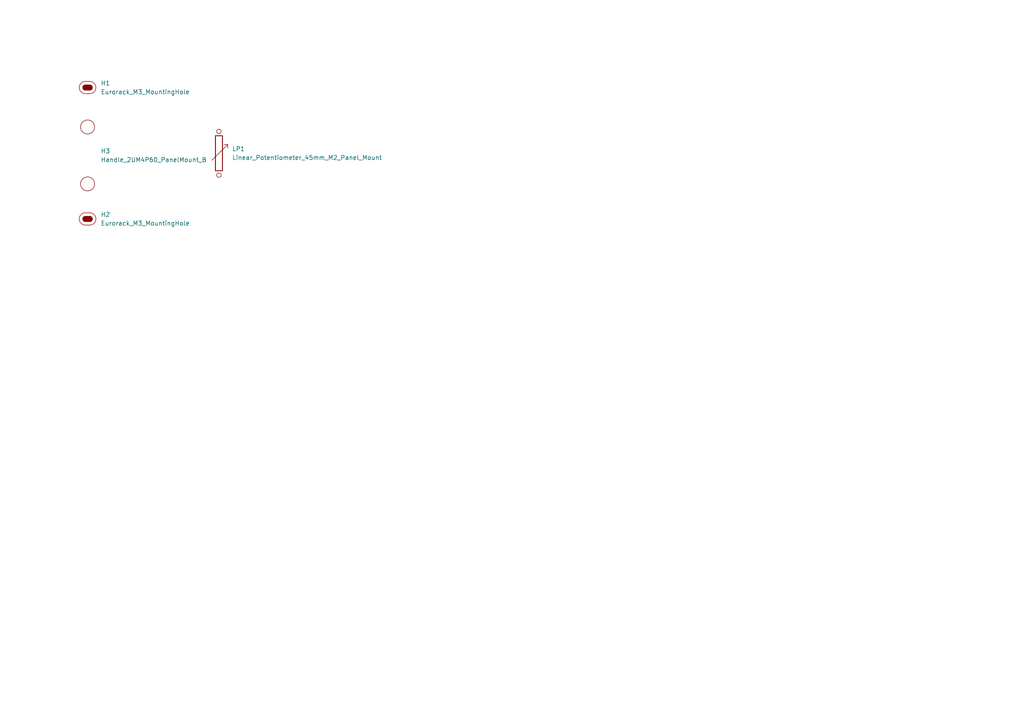
<source format=kicad_sch>
(kicad_sch (version 20250114) (generator "eeschema") (generator_version "9.0")
  (paper "A4")
  (lib_symbols
    (symbol "EXC:Eurorack_M3_MountingHole" (pin_names (offset 1.016))
      (property "Reference" "H" (at 0 5.08 0))
      (property "Value" "Eurorack_M3_MountingHole" (at 0 3.175 0))
      (symbol "Eurorack_M3_MountingHole_0_1"
        (polyline (pts (xy -0.635 0.762) (xy 0.635 0.762)))
        (circle (center -0.635 0) (radius 0.762) (fill (type outline)))
        (arc (start -0.635 -0.762) (mid -1.397 0) (end -0.635 0.762))
        (arc (start -0.635 -1.778) (mid -2.413 0) (end -0.635 1.778))
        (polyline (pts (xy -0.635 -0.762) (xy 0.635 -0.762)))
        (polyline (pts (xy -0.635 -1.778) (xy 0.635 -1.778)))
        (circle (center 0 0) (radius 0.762) (fill (type outline)))
        (polyline (pts (xy 0.635 1.778) (xy -0.635 1.778)))
        (arc (start 0.6141 1.778) (mid 2.4131 0) (end 0.6141 -1.778))
        (arc (start 0.6227 0.762) (mid 1.3971 0) (end 0.6227 -0.762))
        (circle (center 0.635 0) (radius 0.762) (fill (type outline)))
      )
    )
    (symbol "EXC:Handle_2UM4P60_B"
      (property "Reference" "H" (at 0 -3.302 0))
      (property "Value" "Handle_2UM4P60_PanelMount_B" (at 0.254 -21.336 0))
      (symbol "Handle_2UM4P60_B_0_1"
        (circle (center 0 0) (radius 2.032))
        (circle (center 0 -16.51) (radius 2.032))
      )
    )
    (symbol "EXC:Linear_Potentiometer_45mm_M2_Panel_Mount" (pin_numbers (hide yes)) (pin_names (offset 0))
      (property "Reference" "LP" (at 0 8.128 0))
      (property "Value" "Linear_Potentiometer_45mm_M2_Panel_Mount" (at 0.254 -8.636 0))
      (symbol "Linear_Potentiometer_45mm_M2_Panel_Mount_0_1"
        (rectangle (start -1.016 5.08) (end 1.016 -5.08) (stroke (width 0.254)))
        (circle (center 0 6.35) (radius 0.635))
        (circle (center 0 -6.35) (radius 0.635))
        (polyline (pts (xy 2.54 1.524) (xy 2.54 2.54) (xy 1.524 2.54) (xy 2.54 2.54) (xy -2.032 -2.032)))
      )
    )
  )
  (symbol (lib_id "EXC:Handle_2UM4P60_B") (at 25.4 36.83 0) (unit 1)
    (property "Reference" "H3" (at 29.21 43.8149 0) (effects (justify left)))
    (property "Value" "Handle_2UM4P60_PanelMount_B" (at 29.21 46.3549 0) (effects (justify left)))
    (property "Footprint" "EXC:Handle_2UM4P60_B" (effects (hide yes)))
    (property "Datasheet" "https://ae-pic-a1.aliexpress-media.com/kf/Sbae1622782804f9f92841f71c2bff088U.jpg" (effects (hide yes)))
    (property "Description" "The part of the handle that has the holes for the screws' heads" (effects (hide yes)))
    (property "Source" "https://www.aliexpress.com/item/1005007166949940.html" (effects (hide yes)))
  )
  (symbol (lib_id "EXC:Eurorack_M3_MountingHole") (at 25.4 63.5 0) (unit 1)
    (property "Reference" "H2" (at 29.21 62.2299 0) (effects (justify left)))
    (property "Value" "Eurorack_M3_MountingHole" (at 29.21 64.7699 0) (effects (justify left)))
    (property "Footprint" "EXC:MountingHole_3.2mm_M3" (effects (hide yes)))
    (property "Description" "Mounting Hole without connection" (effects (hide yes)))
  )
  (symbol (lib_id "EXC:Linear_Potentiometer_45mm_M2_Panel_Mount") (at 63.5 44.45 0) (unit 1)
    (property "Reference" "LP1" (at 67.31 43.1799 0) (effects (justify left)))
    (property "Value" "Linear_Potentiometer_45mm_M2_Panel_Mount" (at 67.31 45.7199 0) (effects (justify left)))
    (property "Footprint" "EXC:Linear_Potentiometer_45mm_M2_Panel_Mount" (effects (hide yes)))
    (property "Datasheet" "https://cdn-shop.adafruit.com/product-files/4272/P4272+C13403-001+Data+Sheet+.pdf" (effects (hide yes)))
    (property "Description" "Slide Potentiometer with Knob - 45mm Long - 10KΩ. Panel-mounted with 2x M2 screws, 41mm apart." (effects (hide yes)))
    (property "Source" "https://www.adafruit.com/product/4272" (effects (hide yes)))
  )
  (symbol (lib_id "EXC:Eurorack_M3_MountingHole") (at 25.4 25.4 0) (unit 1)
    (property "Reference" "H1" (at 29.21 24.1299 0) (effects (justify left)))
    (property "Value" "Eurorack_M3_MountingHole" (at 29.21 26.6699 0) (effects (justify left)))
    (property "Footprint" "EXC:MountingHole_3.2mm_M3" (effects (hide yes)))
    (property "Description" "Mounting Hole without connection" (effects (hide yes)))
  )
)
</source>
